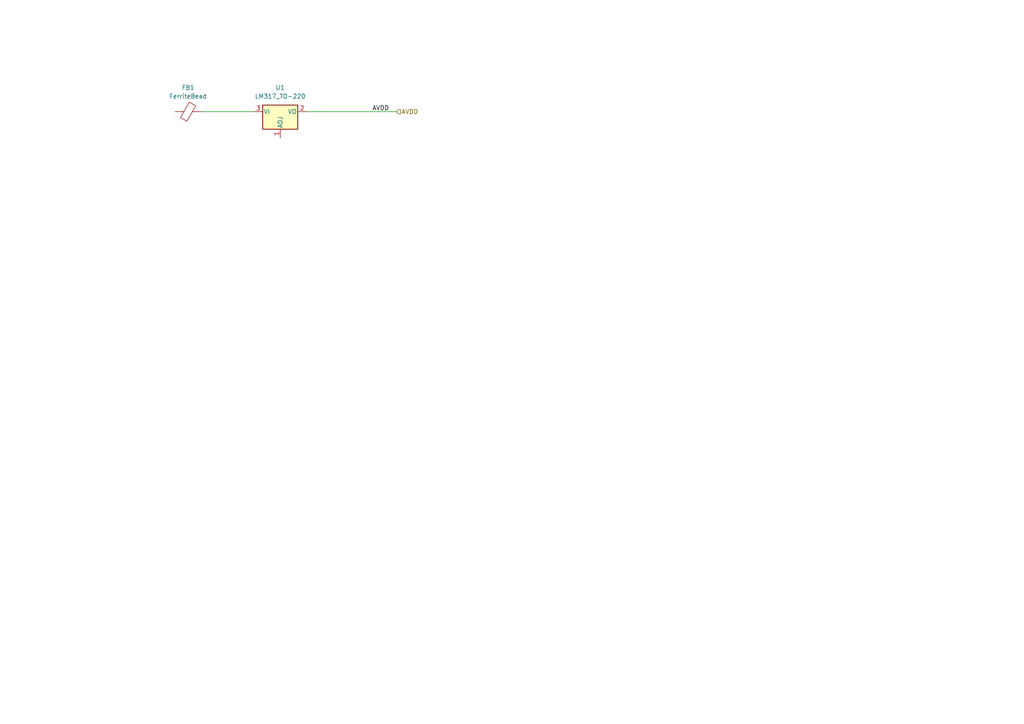
<source format=kicad_sch>
(kicad_sch (version 20230121) (generator eeschema)
  (paper "A4")
  (lib_symbols
    (symbol "Device:FerriteBead" (pin_numbers hide) (pin_names (offset 0))
      (property "Reference" "FB" (at -3.81 0.635 90))
      (property "Value" "FerriteBead" (at 3.81 0 90))
      (symbol "FerriteBead_0_1"
        (polyline (pts (xy 0 -1.27) (xy 0 -1.2192)))
        (polyline (pts (xy 0 1.27) (xy 0 1.2954)))
        (polyline (pts (xy -2.7686 0.4064) (xy -1.7018 2.2606) (xy 2.7686 -0.3048) (xy 1.6764 -2.159) (xy -2.7686 0.4064)))
      )
      (symbol "FerriteBead_1_1"
        (pin passive line (at 0 3.81 270) (length 2.54) (name "~") (number "1"))
        (pin passive line (at 0 -3.81 90) (length 2.54) (name "~") (number "2"))
      )
    )
    (symbol "Regulator_Linear:LM317_TO-220" (pin_names (offset 0.254))
      (property "Reference" "U" (at -3.81 3.175 0))
      (property "Value" "LM317_TO-220" (at 0 3.175 0))
      (symbol "LM317_TO-220_0_1"
        (rectangle (start -5.08 1.905) (end 5.08 -5.08) (stroke (width 0.254)) (fill (type background)))
      )
      (symbol "LM317_TO-220_1_1"
        (pin input line (at 0 -7.62 90) (length 2.54) (name "ADJ") (number "1"))
        (pin power_out line (at 7.62 0 180) (length 2.54) (name "VO") (number "2"))
        (pin power_in line (at -7.62 0 0) (length 2.54) (name "VI") (number "3"))
      )
    )
  )
  (wire (pts (xy 58.42 32.385) (xy 73.66 32.385)))
  (wire (pts (xy 88.9 32.385) (xy 114.935 32.385)))
  (label "AVDD" (at 107.95 32.385 0))
  (hierarchical_label "AVDD" (shape input) (at 114.935 32.385 0))
  (symbol (lib_id "Device:FerriteBead") (at 54.61 32.385 90) (unit 1)
    (property "Reference" "FB1" (at 54.5592 25.4 90))
    (property "Value" "FerriteBead" (at 54.5592 27.94 90))
  )
  (symbol (lib_id "Regulator_Linear:LM317_TO-220") (at 81.28 32.385 0) (unit 1)
    (property "Reference" "U1" (at 81.28 25.4 0))
    (property "Value" "LM317_TO-220" (at 81.28 27.94 0))
    (property "Footprint" "Package_TO_SOT_THT:TO-220-3_Vertical" (effects hide))
    (property "Datasheet" "http://www.ti.com/lit/ds/symlink/lm317.pdf" (effects hide))
  )
)
</source>
